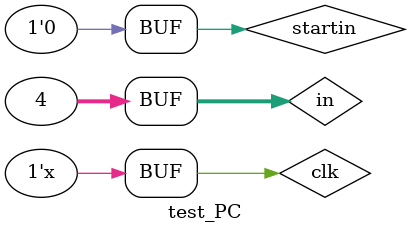
<source format=v>
`timescale 1ns / 1ps

module test_PC;
  reg [31:0] in;
  reg clk;
  reg startin;
  wire [31:0] out;

  PC u1 (
      .in(in),
      .clk(clk),
      .startin(startin),
      .out(out)
  );

  always #10 clk = ~clk;

  initial begin
    clk = 1;
    in = 32'b0;
    startin = 1'b1;
    #20;
    startin = 1'b0;
    #10;
    in = 32'd1;
    #10;
    in = 32'd2;
    #10;
    in = 32'd3;
    #10;
    in = 32'd4;
    #10;
  end
endmodule

</source>
